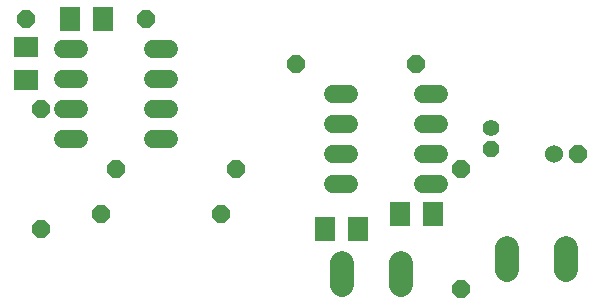
<source format=gbr>
G04 EAGLE Gerber RS-274X export*
G75*
%MOMM*%
%FSLAX34Y34*%
%LPD*%
%INSoldermask Bottom*%
%IPPOS*%
%AMOC8*
5,1,8,0,0,1.08239X$1,22.5*%
G01*
%ADD10R,1.803200X2.003200*%
%ADD11R,2.003200X1.803200*%
%ADD12P,1.539592X8X292.500000*%
%ADD13C,1.422400*%
%ADD14P,1.649562X8X22.500000*%
%ADD15C,1.524000*%
%ADD16C,1.993900*%
%ADD17P,1.649562X8X202.500000*%
%ADD18P,1.649562X8X292.500000*%
%ADD19P,1.649562X8X112.500000*%
%ADD20C,1.524000*%


D10*
X712500Y596900D03*
X684500Y596900D03*
D11*
X647700Y572800D03*
X647700Y544800D03*
D10*
X963900Y431800D03*
X991900Y431800D03*
X928400Y419100D03*
X900400Y419100D03*
D12*
X1041400Y486410D03*
D13*
X1041400Y504190D03*
D14*
X1115060Y482600D03*
D15*
X1094740Y482600D03*
D16*
X1054500Y402654D02*
X1054500Y384747D01*
X1104500Y384747D02*
X1104500Y402654D01*
X914800Y389954D02*
X914800Y372047D01*
X964800Y372047D02*
X964800Y389954D01*
D17*
X749300Y596900D03*
X647700Y596900D03*
X825500Y469900D03*
X723900Y469900D03*
D14*
X876300Y558800D03*
X977900Y558800D03*
D18*
X660400Y520700D03*
X660400Y419100D03*
D14*
X711200Y431800D03*
X812800Y431800D03*
D19*
X1016000Y368300D03*
X1016000Y469900D03*
D20*
X692404Y571500D02*
X679196Y571500D01*
X679196Y546100D02*
X692404Y546100D01*
X755396Y546100D02*
X768604Y546100D01*
X768604Y571500D02*
X755396Y571500D01*
X692404Y520700D02*
X679196Y520700D01*
X679196Y495300D02*
X692404Y495300D01*
X755396Y520700D02*
X768604Y520700D01*
X768604Y495300D02*
X755396Y495300D01*
X983996Y457200D02*
X997204Y457200D01*
X997204Y482600D02*
X983996Y482600D01*
X921004Y482600D02*
X907796Y482600D01*
X907796Y457200D02*
X921004Y457200D01*
X983996Y508000D02*
X997204Y508000D01*
X997204Y533400D02*
X983996Y533400D01*
X921004Y508000D02*
X907796Y508000D01*
X907796Y533400D02*
X921004Y533400D01*
M02*

</source>
